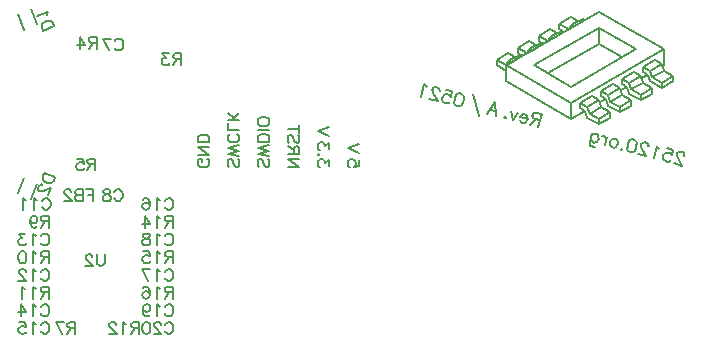
<source format=gbo>
%FSLAX46Y46*%
%MOMM*%
%ADD10C,0.150000*%
%ADD11C,0.200000*%
G01*
G01*
%LPD*%
D10*
X13940476Y4380952D02*
X13892857Y4285714D01*
D10*
X14035714Y4476190D02*
X13940476Y4380952D01*
D10*
X14130952Y4523809D02*
X14035714Y4476190D01*
D10*
X14321429Y4523809D02*
X14130952Y4523809D01*
D10*
X14416667Y4476190D02*
X14321429Y4523809D01*
D10*
X14511905Y4380952D02*
X14416667Y4476190D01*
D10*
X14559524Y4285714D02*
X14511905Y4380952D01*
D10*
X14607143Y4142857D02*
X14559524Y4285714D01*
D10*
X14607143Y3904762D02*
X14607143Y4142857D01*
D10*
X14559524Y3761904D02*
X14607143Y3904762D01*
D10*
X14511905Y3666666D02*
X14559524Y3761904D01*
D10*
X14416667Y3571428D02*
X14511905Y3666666D01*
D10*
X14321429Y3523809D02*
X14416667Y3571428D01*
D10*
X14130952Y3523809D02*
X14321429Y3523809D01*
D10*
X14035714Y3571428D02*
X14130952Y3523809D01*
D10*
X13940476Y3666666D02*
X14035714Y3571428D01*
D10*
X13892857Y3761904D02*
X13940476Y3666666D01*
D10*
X13559524Y4333333D02*
X13559524Y4285714D01*
D10*
X13511905Y4428571D02*
X13559524Y4333333D01*
D10*
X13464286Y4476190D02*
X13511905Y4428571D01*
D10*
X13369048Y4523809D02*
X13464286Y4476190D01*
D10*
X13178572Y4523809D02*
X13369048Y4523809D01*
D10*
X13083333Y4476190D02*
X13178572Y4523809D01*
D10*
X13035714Y4428571D02*
X13083333Y4476190D01*
D10*
X12988095Y4333333D02*
X13035714Y4428571D01*
D10*
X12988095Y4238095D02*
X12988095Y4333333D01*
D10*
X13035714Y4142857D02*
X12988095Y4238095D01*
D10*
X13130952Y4000000D02*
X13035714Y4142857D01*
D10*
X13607143Y3523809D02*
X13130952Y4000000D01*
D10*
X12940476Y3523809D02*
X13607143Y3523809D01*
D10*
X12511905Y4476190D02*
X12369048Y4523809D01*
D10*
X12607143Y4333333D02*
X12511905Y4476190D01*
D10*
X12654762Y4095238D02*
X12607143Y4333333D01*
D10*
X12654762Y3952381D02*
X12654762Y4095238D01*
D10*
X12607143Y3714285D02*
X12654762Y3952381D01*
D10*
X12511905Y3571428D02*
X12607143Y3714285D01*
D10*
X12369048Y3523809D02*
X12511905Y3571428D01*
D10*
X12273810Y3523809D02*
X12369048Y3523809D01*
D10*
X12130952Y3571428D02*
X12273810Y3523809D01*
D10*
X12035714Y3714285D02*
X12130952Y3571428D01*
D10*
X11988095Y3952381D02*
X12035714Y3714285D01*
D10*
X11988095Y4095238D02*
X11988095Y3952381D01*
D10*
X12035714Y4333333D02*
X11988095Y4095238D01*
D10*
X12130952Y4476190D02*
X12035714Y4333333D01*
D10*
X12273810Y4523809D02*
X12130952Y4476190D01*
D10*
X12369048Y4523809D02*
X12273810Y4523809D01*
D10*
X13940476Y14880952D02*
X13892857Y14785714D01*
D10*
X14035714Y14976190D02*
X13940476Y14880952D01*
D10*
X14130952Y15023810D02*
X14035714Y14976190D01*
D10*
X14321429Y15023810D02*
X14130952Y15023810D01*
D10*
X14416667Y14976190D02*
X14321429Y15023810D01*
D10*
X14511905Y14880952D02*
X14416667Y14976190D01*
D10*
X14559524Y14785714D02*
X14511905Y14880952D01*
D10*
X14607143Y14642857D02*
X14559524Y14785714D01*
D10*
X14607143Y14404762D02*
X14607143Y14642857D01*
D10*
X14559524Y14261905D02*
X14607143Y14404762D01*
D10*
X14511905Y14166667D02*
X14559524Y14261905D01*
D10*
X14416667Y14071429D02*
X14511905Y14166667D01*
D10*
X14321429Y14023810D02*
X14416667Y14071429D01*
D10*
X14130952Y14023810D02*
X14321429Y14023810D01*
D10*
X14035714Y14071429D02*
X14130952Y14023810D01*
D10*
X13940476Y14166667D02*
X14035714Y14071429D01*
D10*
X13892857Y14261905D02*
X13940476Y14166667D01*
D10*
X13369048Y14880952D02*
X13464286Y14833333D01*
D10*
X13226190Y15023810D02*
X13369048Y14880952D01*
D10*
X13226190Y14023810D02*
X13226190Y15023810D01*
D10*
X12083334Y14976190D02*
X12035714Y14880952D01*
D10*
X12226190Y15023810D02*
X12083334Y14976190D01*
D10*
X12321428Y15023810D02*
X12226190Y15023810D01*
D10*
X12464286Y14976190D02*
X12321428Y15023810D01*
D10*
X12559524Y14833333D02*
X12464286Y14976190D01*
D10*
X12607143Y14595238D02*
X12559524Y14833333D01*
D10*
X12607143Y14357143D02*
X12607143Y14595238D01*
D10*
X12559524Y14166667D02*
X12607143Y14357143D01*
D10*
X12464286Y14071429D02*
X12559524Y14166667D01*
D10*
X12321428Y14023810D02*
X12464286Y14071429D01*
D10*
X12273810Y14023810D02*
X12321428Y14023810D01*
D10*
X12130952Y14071429D02*
X12273810Y14023810D01*
D10*
X12035714Y14166667D02*
X12130952Y14071429D01*
D10*
X11988095Y14309524D02*
X12035714Y14166667D01*
D10*
X11988095Y14357143D02*
X11988095Y14309524D01*
D10*
X12035714Y14500000D02*
X11988095Y14357143D01*
D10*
X12130952Y14595238D02*
X12035714Y14500000D01*
D10*
X12273810Y14642857D02*
X12130952Y14595238D01*
D10*
X12321428Y14642857D02*
X12273810Y14642857D01*
D10*
X12464286Y14595238D02*
X12321428Y14642857D01*
D10*
X12559524Y14500000D02*
X12464286Y14595238D01*
D10*
X12607143Y14357143D02*
X12559524Y14500000D01*
D10*
X4601763Y16785782D02*
X3681258Y17176512D01*
D10*
X3551015Y16869676D02*
X3681258Y17176512D01*
D10*
X3539030Y16719569D02*
X3551015Y16869676D01*
D10*
X3589485Y16594689D02*
X3539030Y16719569D01*
D10*
X3658546Y16513643D02*
X3589485Y16594689D01*
D10*
X3771440Y16413991D02*
X3658546Y16513643D01*
D10*
X3990608Y16320961D02*
X3771440Y16413991D01*
D10*
X4140715Y16308976D02*
X3990608Y16320961D01*
D10*
X4246989Y16315597D02*
X4140715Y16308976D01*
D10*
X4371868Y16366052D02*
X4246989Y16315597D01*
D10*
X4471520Y16478947D02*
X4371868Y16366052D01*
D10*
X4601763Y16785782D02*
X4471520Y16478947D01*
D10*
X3465863Y16181581D02*
X3509696Y16162975D01*
D10*
X3359589Y16174959D02*
X3465863Y16181581D01*
D10*
X3297150Y16149732D02*
X3359589Y16174959D01*
D10*
X3216104Y16080671D02*
X3297150Y16149732D01*
D10*
X3141679Y15905336D02*
X3216104Y16080671D01*
D10*
X3148301Y15799063D02*
X3141679Y15905336D01*
D10*
X3173528Y15736623D02*
X3148301Y15799063D01*
D10*
X3242589Y15655577D02*
X3173528Y15736623D01*
D10*
X3330256Y15618365D02*
X3242589Y15655577D01*
D10*
X3436530Y15624986D02*
X3330256Y15618365D01*
D10*
X3605243Y15656835D02*
X3436530Y15624986D01*
D10*
X4229640Y15909110D02*
X3605243Y15656835D01*
D10*
X3969154Y15295439D02*
X4229640Y15909110D01*
D10*
X13940476Y5880952D02*
X13892857Y5785714D01*
D10*
X14035714Y5976190D02*
X13940476Y5880952D01*
D10*
X14130952Y6023809D02*
X14035714Y5976190D01*
D10*
X14321429Y6023809D02*
X14130952Y6023809D01*
D10*
X14416667Y5976190D02*
X14321429Y6023809D01*
D10*
X14511905Y5880952D02*
X14416667Y5976190D01*
D10*
X14559524Y5785714D02*
X14511905Y5880952D01*
D10*
X14607143Y5642857D02*
X14559524Y5785714D01*
D10*
X14607143Y5404762D02*
X14607143Y5642857D01*
D10*
X14559524Y5261905D02*
X14607143Y5404762D01*
D10*
X14511905Y5166666D02*
X14559524Y5261905D01*
D10*
X14416667Y5071428D02*
X14511905Y5166666D01*
D10*
X14321429Y5023809D02*
X14416667Y5071428D01*
D10*
X14130952Y5023809D02*
X14321429Y5023809D01*
D10*
X14035714Y5071428D02*
X14130952Y5023809D01*
D10*
X13940476Y5166666D02*
X14035714Y5071428D01*
D10*
X13892857Y5261905D02*
X13940476Y5166666D01*
D10*
X13369048Y5880952D02*
X13464286Y5833333D01*
D10*
X13226190Y6023809D02*
X13369048Y5880952D01*
D10*
X13226190Y5023809D02*
X13226190Y6023809D01*
D10*
X12083334Y5547619D02*
X12035714Y5690476D01*
D10*
X12178572Y5452381D02*
X12083334Y5547619D01*
D10*
X12321428Y5404762D02*
X12178572Y5452381D01*
D10*
X12369048Y5404762D02*
X12321428Y5404762D01*
D10*
X12511905Y5452381D02*
X12369048Y5404762D01*
D10*
X12607143Y5547619D02*
X12511905Y5452381D01*
D10*
X12654762Y5690476D02*
X12607143Y5547619D01*
D10*
X12654762Y5738095D02*
X12654762Y5690476D01*
D10*
X12607143Y5880952D02*
X12654762Y5738095D01*
D10*
X12511905Y5976190D02*
X12607143Y5880952D01*
D10*
X12369048Y6023809D02*
X12511905Y5976190D01*
D10*
X12321428Y6023809D02*
X12369048Y6023809D01*
D10*
X12178572Y5976190D02*
X12321428Y6023809D01*
D10*
X12083334Y5880952D02*
X12178572Y5976190D01*
D10*
X12035714Y5690476D02*
X12083334Y5880952D01*
D10*
X12035714Y5452381D02*
X12035714Y5690476D01*
D10*
X12083334Y5214285D02*
X12035714Y5452381D01*
D10*
X12178572Y5071428D02*
X12083334Y5214285D01*
D10*
X12321428Y5023809D02*
X12178572Y5071428D01*
D10*
X12416667Y5023809D02*
X12321428Y5023809D01*
D10*
X12559524Y5071428D02*
X12416667Y5023809D01*
D10*
X12607143Y5166666D02*
X12559524Y5071428D01*
D11*
X45514800Y21053920D02*
X45790256Y22118874D01*
D11*
X45333848Y22236926D02*
X45790256Y22118874D01*
D11*
X45168592Y22225564D02*
X45333848Y22236926D01*
D11*
X45104764Y22187968D02*
X45168592Y22225564D01*
D11*
X45027820Y22099662D02*
X45104764Y22187968D01*
D11*
X45001584Y21998238D02*
X45027820Y22099662D01*
D11*
X45026064Y21883696D02*
X45001584Y21998238D01*
D11*
X45063660Y21819868D02*
X45026064Y21883696D01*
D11*
X45202680Y21729804D02*
X45063660Y21819868D01*
D11*
X45659088Y21611754D02*
X45202680Y21729804D01*
D11*
X44804832Y21237556D02*
X45304104Y21703572D01*
D11*
X43996952Y21879356D02*
X44605496Y21721954D01*
D11*
X44023184Y21980780D02*
X43996952Y21879356D01*
D11*
X44100128Y22069088D02*
X44023184Y21980780D01*
D11*
X44163960Y22106684D02*
X44100128Y22069088D01*
D11*
X44278500Y22131162D02*
X44163960Y22106684D01*
D11*
X44430636Y22091812D02*
X44278500Y22131162D01*
D11*
X44518944Y22014866D02*
X44430636Y22091812D01*
D11*
X44594136Y21887208D02*
X44518944Y22014866D01*
D11*
X44605496Y21721954D02*
X44594136Y21887208D01*
D11*
X44579260Y21620530D02*
X44605496Y21721954D01*
D11*
X44489200Y21481512D02*
X44579260Y21620530D01*
D11*
X44361540Y21406320D02*
X44489200Y21481512D01*
D11*
X44247000Y21381842D02*
X44361540Y21406320D01*
D11*
X44094864Y21421192D02*
X44247000Y21381842D01*
D11*
X44006556Y21498140D02*
X44094864Y21421192D01*
D11*
X43931368Y21625796D02*
X44006556Y21498140D01*
D11*
X43334184Y21617946D02*
X43822092Y22249214D01*
D11*
X43334184Y21617946D02*
X43213548Y22406616D01*
D11*
X42738756Y21826060D02*
X42701160Y21889890D01*
D11*
X42674928Y21788466D02*
X42738756Y21826060D01*
D11*
X42637332Y21852294D02*
X42674928Y21788466D01*
D11*
X42701160Y21889890D02*
X42637332Y21852294D01*
D11*
X41964956Y21972102D02*
X41834716Y23141990D01*
D11*
X41153564Y22181972D02*
X41834716Y23141990D01*
D11*
X41397520Y22497606D02*
X41904640Y22366436D01*
D11*
X40503916Y21971272D02*
X40010836Y23830162D01*
D11*
X39133860Y23786472D02*
X38994840Y23876534D01*
D11*
X39195936Y23608102D02*
X39133860Y23786472D01*
D11*
X39181060Y23341424D02*
X39195936Y23608102D01*
D11*
X39141712Y23189288D02*
X39181060Y23341424D01*
D11*
X39025416Y22948846D02*
X39141712Y23189288D01*
D11*
X38884640Y22822944D02*
X39025416Y22948846D01*
D11*
X38719388Y22811582D02*
X38884640Y22822944D01*
D11*
X38617964Y22837816D02*
X38719388Y22811582D01*
D11*
X38478944Y22927878D02*
X38617964Y22837816D01*
D11*
X38416872Y23106248D02*
X38478944Y22927878D01*
D11*
X38431744Y23372924D02*
X38416872Y23106248D01*
D11*
X38471092Y23525062D02*
X38431744Y23372924D01*
D11*
X38587388Y23765504D02*
X38471092Y23525062D01*
D11*
X38728164Y23891406D02*
X38587388Y23765504D01*
D11*
X38893416Y23902768D02*
X38728164Y23891406D01*
D11*
X38994840Y23876534D02*
X38893416Y23902768D01*
D11*
X38183448Y24086404D02*
X37676328Y24217574D01*
D11*
X38116108Y23616880D02*
X38183448Y24086404D01*
D11*
X38078512Y23680708D02*
X38116108Y23616880D01*
D11*
X37939496Y23770770D02*
X38078512Y23680708D01*
D11*
X37787360Y23810122D02*
X37939496Y23770770D01*
D11*
X37622104Y23798760D02*
X37787360Y23810122D01*
D11*
X37494448Y23723570D02*
X37622104Y23798760D01*
D11*
X37404384Y23584550D02*
X37494448Y23723570D01*
D11*
X37378152Y23483126D02*
X37404384Y23584550D01*
D11*
X37389512Y23317874D02*
X37378152Y23483126D01*
D11*
X37464704Y23190216D02*
X37389512Y23317874D01*
D11*
X37603720Y23100152D02*
X37464704Y23190216D01*
D11*
X37755856Y23060802D02*
X37603720Y23100152D01*
D11*
X37921112Y23072164D02*
X37755856Y23060802D01*
D11*
X37984940Y23109758D02*
X37921112Y23072164D01*
D11*
X38061884Y23198066D02*
X37984940Y23109758D01*
D11*
X37167452Y24132776D02*
X37154336Y24082064D01*
D11*
X37142972Y24247318D02*
X37167452Y24132776D01*
D11*
X37105380Y24311146D02*
X37142972Y24247318D01*
D11*
X37017072Y24388092D02*
X37105380Y24311146D01*
D11*
X36814224Y24440560D02*
X37017072Y24388092D01*
D11*
X36699680Y24416082D02*
X36814224Y24440560D01*
D11*
X36635852Y24378486D02*
X36699680Y24416082D01*
D11*
X36558908Y24290180D02*
X36635852Y24378486D01*
D11*
X36532672Y24188756D02*
X36558908Y24290180D01*
D11*
X36557152Y24074214D02*
X36532672Y24188756D01*
D11*
X36619224Y23895844D02*
X36557152Y24074214D01*
D11*
X36995176Y23257556D02*
X36619224Y23895844D01*
D11*
X36285208Y23441192D02*
X36995176Y23257556D01*
D11*
X35963480Y24498294D02*
X36051788Y24421348D01*
D11*
X35850696Y24689780D02*
X35963480Y24498294D01*
D11*
X35575240Y23624828D02*
X35850696Y24689780D01*
D10*
X30373810Y17738096D02*
X30373810Y18214286D01*
D10*
X29945238Y17690476D02*
X30373810Y17738096D01*
D10*
X29992858Y17738096D02*
X29945238Y17690476D01*
D10*
X30040476Y17880952D02*
X29992858Y17738096D01*
D10*
X30040476Y18023810D02*
X30040476Y17880952D01*
D10*
X29992858Y18166666D02*
X30040476Y18023810D01*
D10*
X29897620Y18261904D02*
X29992858Y18166666D01*
D10*
X29754762Y18309524D02*
X29897620Y18261904D01*
D10*
X29659524Y18309524D02*
X29754762Y18309524D01*
D10*
X29516666Y18261904D02*
X29659524Y18309524D01*
D10*
X29421428Y18166666D02*
X29516666Y18261904D01*
D10*
X29373810Y18023810D02*
X29421428Y18166666D01*
D10*
X29373810Y17880952D02*
X29373810Y18023810D01*
D10*
X29421428Y17738096D02*
X29373810Y17880952D01*
D10*
X29469048Y17690476D02*
X29421428Y17738096D01*
D10*
X29564286Y17642858D02*
X29469048Y17690476D01*
D10*
X29373810Y19261904D02*
X30373810Y18880952D01*
D10*
X29373810Y19261904D02*
X30373810Y19642856D01*
D10*
X3440476Y11880952D02*
X3392857Y11785714D01*
D10*
X3535714Y11976190D02*
X3440476Y11880952D01*
D10*
X3630952Y12023810D02*
X3535714Y11976190D01*
D10*
X3821428Y12023810D02*
X3630952Y12023810D01*
D10*
X3916666Y11976190D02*
X3821428Y12023810D01*
D10*
X4011904Y11880952D02*
X3916666Y11976190D01*
D10*
X4059523Y11785714D02*
X4011904Y11880952D01*
D10*
X4107142Y11642857D02*
X4059523Y11785714D01*
D10*
X4107142Y11404762D02*
X4107142Y11642857D01*
D10*
X4059523Y11261905D02*
X4107142Y11404762D01*
D10*
X4011904Y11166667D02*
X4059523Y11261905D01*
D10*
X3916666Y11071429D02*
X4011904Y11166667D01*
D10*
X3821428Y11023810D02*
X3916666Y11071429D01*
D10*
X3630952Y11023810D02*
X3821428Y11023810D01*
D10*
X3535714Y11071429D02*
X3630952Y11023810D01*
D10*
X3440476Y11166667D02*
X3535714Y11071429D01*
D10*
X3392857Y11261905D02*
X3440476Y11166667D01*
D10*
X2869047Y11880952D02*
X2964285Y11833333D01*
D10*
X2726190Y12023810D02*
X2869047Y11880952D01*
D10*
X2726190Y11023810D02*
X2726190Y12023810D01*
D10*
X1535714Y12023810D02*
X2059523Y12023810D01*
D10*
X1821428Y11642857D02*
X1535714Y12023810D01*
D10*
X1678571Y11642857D02*
X1821428Y11642857D01*
D10*
X1583333Y11595238D02*
X1678571Y11642857D01*
D10*
X1535714Y11547619D02*
X1583333Y11595238D01*
D10*
X1488095Y11404762D02*
X1535714Y11547619D01*
D10*
X1488095Y11309524D02*
X1488095Y11404762D01*
D10*
X1535714Y11166667D02*
X1488095Y11309524D01*
D10*
X1630952Y11071429D02*
X1535714Y11166667D01*
D10*
X1773809Y11023810D02*
X1630952Y11071429D01*
D10*
X1916666Y11023810D02*
X1773809Y11023810D01*
D10*
X2059523Y11071429D02*
X1916666Y11023810D01*
D10*
X2107143Y11119048D02*
X2059523Y11071429D01*
D10*
X2154762Y11214286D02*
X2107143Y11119048D01*
D10*
X8809524Y9559524D02*
X8809524Y10273810D01*
D10*
X8761905Y9416667D02*
X8809524Y9559524D01*
D10*
X8666667Y9321429D02*
X8761905Y9416667D01*
D10*
X8523810Y9273810D02*
X8666667Y9321429D01*
D10*
X8428571Y9273810D02*
X8523810Y9273810D01*
D10*
X8285714Y9321429D02*
X8428571Y9273810D01*
D10*
X8190476Y9416667D02*
X8285714Y9321429D01*
D10*
X8142857Y9559524D02*
X8190476Y9416667D01*
D10*
X8142857Y10273810D02*
X8142857Y9559524D01*
D10*
X7761905Y10083333D02*
X7761905Y10035714D01*
D10*
X7714285Y10178571D02*
X7761905Y10083333D01*
D10*
X7666666Y10226190D02*
X7714285Y10178571D01*
D10*
X7571428Y10273810D02*
X7666666Y10226190D01*
D10*
X7380952Y10273810D02*
X7571428Y10273810D01*
D10*
X7285714Y10226190D02*
X7380952Y10273810D01*
D10*
X7238095Y10178571D02*
X7285714Y10226190D01*
D10*
X7190476Y10083333D02*
X7238095Y10178571D01*
D10*
X7190476Y9988095D02*
X7190476Y10083333D01*
D10*
X7238095Y9892857D02*
X7190476Y9988095D01*
D10*
X7333333Y9750000D02*
X7238095Y9892857D01*
D10*
X7809524Y9273810D02*
X7333333Y9750000D01*
D10*
X7142857Y9273810D02*
X7809524Y9273810D01*
D10*
X3592768Y29188790D02*
X4519951Y29563400D01*
D10*
X4395081Y29872460D02*
X4519951Y29563400D01*
D10*
X4297414Y29987076D02*
X4395081Y29872460D01*
D10*
X4173434Y30039702D02*
X4297414Y29987076D01*
D10*
X4067292Y30048178D02*
X4173434Y30039702D01*
D10*
X3916999Y30038814D02*
X4067292Y30048178D01*
D10*
X3696241Y29949620D02*
X3916999Y30038814D01*
D10*
X3581625Y29851954D02*
X3696241Y29949620D01*
D10*
X3511160Y29772126D02*
X3581625Y29851954D01*
D10*
X3458534Y29648144D02*
X3511160Y29772126D01*
D10*
X3467898Y29497852D02*
X3458534Y29648144D01*
D10*
X3592768Y29188790D02*
X3467898Y29497852D01*
D10*
X3941533Y30613674D02*
X3933059Y30507532D01*
D10*
X4020472Y30799644D02*
X3941533Y30613674D01*
D10*
X3093289Y30425034D02*
X4020472Y30799644D01*
D10*
X3440476Y5880952D02*
X3392857Y5785714D01*
D10*
X3535714Y5976190D02*
X3440476Y5880952D01*
D10*
X3630952Y6023809D02*
X3535714Y5976190D01*
D10*
X3821428Y6023809D02*
X3630952Y6023809D01*
D10*
X3916666Y5976190D02*
X3821428Y6023809D01*
D10*
X4011904Y5880952D02*
X3916666Y5976190D01*
D10*
X4059523Y5785714D02*
X4011904Y5880952D01*
D10*
X4107142Y5642857D02*
X4059523Y5785714D01*
D10*
X4107142Y5404762D02*
X4107142Y5642857D01*
D10*
X4059523Y5261905D02*
X4107142Y5404762D01*
D10*
X4011904Y5166666D02*
X4059523Y5261905D01*
D10*
X3916666Y5071428D02*
X4011904Y5166666D01*
D10*
X3821428Y5023809D02*
X3916666Y5071428D01*
D10*
X3630952Y5023809D02*
X3821428Y5023809D01*
D10*
X3535714Y5071428D02*
X3630952Y5023809D01*
D10*
X3440476Y5166666D02*
X3535714Y5071428D01*
D10*
X3392857Y5261905D02*
X3440476Y5166666D01*
D10*
X2869047Y5880952D02*
X2964285Y5833333D01*
D10*
X2726190Y6023809D02*
X2869047Y5880952D01*
D10*
X2726190Y5023809D02*
X2726190Y6023809D01*
D10*
X2154762Y5357143D02*
X1678571Y6023809D01*
D10*
X1440476Y5357143D02*
X2154762Y5357143D01*
D10*
X1678571Y5023809D02*
X1678571Y6023809D01*
D10*
X3550476Y14880952D02*
X3502857Y14785714D01*
D10*
X3645714Y14976190D02*
X3550476Y14880952D01*
D10*
X3740952Y15023810D02*
X3645714Y14976190D01*
D10*
X3931428Y15023810D02*
X3740952Y15023810D01*
D10*
X4026666Y14976190D02*
X3931428Y15023810D01*
D10*
X4121904Y14880952D02*
X4026666Y14976190D01*
D10*
X4169523Y14785714D02*
X4121904Y14880952D01*
D10*
X4217143Y14642857D02*
X4169523Y14785714D01*
D10*
X4217143Y14404762D02*
X4217143Y14642857D01*
D10*
X4169523Y14261905D02*
X4217143Y14404762D01*
D10*
X4121904Y14166667D02*
X4169523Y14261905D01*
D10*
X4026666Y14071429D02*
X4121904Y14166667D01*
D10*
X3931428Y14023810D02*
X4026666Y14071429D01*
D10*
X3740952Y14023810D02*
X3931428Y14023810D01*
D10*
X3645714Y14071429D02*
X3740952Y14023810D01*
D10*
X3550476Y14166667D02*
X3645714Y14071429D01*
D10*
X3502857Y14261905D02*
X3550476Y14166667D01*
D10*
X2979047Y14880952D02*
X3074285Y14833333D01*
D10*
X2836190Y15023810D02*
X2979047Y14880952D01*
D10*
X2836190Y14023810D02*
X2836190Y15023810D01*
D10*
X2026666Y14880952D02*
X2121904Y14833333D01*
D10*
X1883809Y15023810D02*
X2026666Y14880952D01*
D10*
X1883809Y14023810D02*
X1883809Y15023810D01*
D10*
X8011905Y17373810D02*
X8011905Y18373810D01*
D10*
X7583333Y18373810D02*
X8011905Y18373810D01*
D10*
X7440476Y18326190D02*
X7583333Y18373810D01*
D10*
X7392857Y18278572D02*
X7440476Y18326190D01*
D10*
X7345238Y18183334D02*
X7392857Y18278572D01*
D10*
X7345238Y18088096D02*
X7345238Y18183334D01*
D10*
X7392857Y17992858D02*
X7345238Y18088096D01*
D10*
X7440476Y17945238D02*
X7392857Y17992858D01*
D10*
X7583333Y17897620D02*
X7440476Y17945238D01*
D10*
X8011905Y17897620D02*
X7583333Y17897620D01*
D10*
X7345238Y17373810D02*
X7678571Y17897620D01*
D10*
X6964285Y18373810D02*
X6488095Y18373810D01*
D10*
X7011905Y17945238D02*
X6964285Y18373810D01*
D10*
X6964285Y17992858D02*
X7011905Y17945238D01*
D10*
X6821428Y18040476D02*
X6964285Y17992858D01*
D10*
X6678571Y18040476D02*
X6821428Y18040476D01*
D10*
X6535714Y17992858D02*
X6678571Y18040476D01*
D10*
X6440476Y17897620D02*
X6535714Y17992858D01*
D10*
X6392857Y17754762D02*
X6440476Y17897620D01*
D10*
X6392857Y17659524D02*
X6392857Y17754762D01*
D10*
X6440476Y17516666D02*
X6392857Y17659524D01*
D10*
X6535714Y17421428D02*
X6440476Y17516666D01*
D10*
X6678571Y17373810D02*
X6535714Y17421428D01*
D10*
X6821428Y17373810D02*
X6678571Y17373810D01*
D10*
X6964285Y17421428D02*
X6821428Y17373810D01*
D10*
X7011905Y17469048D02*
X6964285Y17421428D01*
D10*
X7059524Y17564286D02*
X7011905Y17469048D01*
D10*
X13940476Y8880952D02*
X13892857Y8785714D01*
D10*
X14035714Y8976190D02*
X13940476Y8880952D01*
D10*
X14130952Y9023810D02*
X14035714Y8976190D01*
D10*
X14321429Y9023810D02*
X14130952Y9023810D01*
D10*
X14416667Y8976190D02*
X14321429Y9023810D01*
D10*
X14511905Y8880952D02*
X14416667Y8976190D01*
D10*
X14559524Y8785714D02*
X14511905Y8880952D01*
D10*
X14607143Y8642857D02*
X14559524Y8785714D01*
D10*
X14607143Y8404762D02*
X14607143Y8642857D01*
D10*
X14559524Y8261905D02*
X14607143Y8404762D01*
D10*
X14511905Y8166666D02*
X14559524Y8261905D01*
D10*
X14416667Y8071428D02*
X14511905Y8166666D01*
D10*
X14321429Y8023809D02*
X14416667Y8071428D01*
D10*
X14130952Y8023809D02*
X14321429Y8023809D01*
D10*
X14035714Y8071428D02*
X14130952Y8023809D01*
D10*
X13940476Y8166666D02*
X14035714Y8071428D01*
D10*
X13892857Y8261905D02*
X13940476Y8166666D01*
D10*
X13369048Y8880952D02*
X13464286Y8833333D01*
D10*
X13226190Y9023810D02*
X13369048Y8880952D01*
D10*
X13226190Y8023809D02*
X13226190Y9023810D01*
D10*
X12464286Y8023809D02*
X11988095Y9023810D01*
D10*
X11988095Y9023810D02*
X12654762Y9023810D01*
D10*
X3440476Y4380952D02*
X3392857Y4285714D01*
D10*
X3535714Y4476190D02*
X3440476Y4380952D01*
D10*
X3630952Y4523809D02*
X3535714Y4476190D01*
D10*
X3821428Y4523809D02*
X3630952Y4523809D01*
D10*
X3916666Y4476190D02*
X3821428Y4523809D01*
D10*
X4011904Y4380952D02*
X3916666Y4476190D01*
D10*
X4059523Y4285714D02*
X4011904Y4380952D01*
D10*
X4107142Y4142857D02*
X4059523Y4285714D01*
D10*
X4107142Y3904762D02*
X4107142Y4142857D01*
D10*
X4059523Y3761904D02*
X4107142Y3904762D01*
D10*
X4011904Y3666666D02*
X4059523Y3761904D01*
D10*
X3916666Y3571428D02*
X4011904Y3666666D01*
D10*
X3821428Y3523809D02*
X3916666Y3571428D01*
D10*
X3630952Y3523809D02*
X3821428Y3523809D01*
D10*
X3535714Y3571428D02*
X3630952Y3523809D01*
D10*
X3440476Y3666666D02*
X3535714Y3571428D01*
D10*
X3392857Y3761904D02*
X3440476Y3666666D01*
D10*
X2869047Y4380952D02*
X2964285Y4333333D01*
D10*
X2726190Y4523809D02*
X2869047Y4380952D01*
D10*
X2726190Y3523809D02*
X2726190Y4523809D01*
D10*
X2059523Y4523809D02*
X1583333Y4523809D01*
D10*
X2107143Y4095238D02*
X2059523Y4523809D01*
D10*
X2059523Y4142857D02*
X2107143Y4095238D01*
D10*
X1916666Y4190476D02*
X2059523Y4142857D01*
D10*
X1773809Y4190476D02*
X1916666Y4190476D01*
D10*
X1630952Y4142857D02*
X1773809Y4190476D01*
D10*
X1535714Y4047619D02*
X1630952Y4142857D01*
D10*
X1488095Y3904762D02*
X1535714Y4047619D01*
D10*
X1488095Y3809523D02*
X1488095Y3904762D01*
D10*
X1535714Y3666666D02*
X1488095Y3809523D01*
D10*
X1630952Y3571428D02*
X1535714Y3666666D01*
D10*
X1773809Y3523809D02*
X1630952Y3571428D01*
D10*
X1916666Y3523809D02*
X1773809Y3523809D01*
D10*
X2059523Y3571428D02*
X1916666Y3523809D01*
D10*
X2107143Y3619047D02*
X2059523Y3571428D01*
D10*
X2154762Y3714285D02*
X2107143Y3619047D01*
D10*
X4059523Y6523809D02*
X4059523Y7523809D01*
D10*
X3630952Y7523809D02*
X4059523Y7523809D01*
D10*
X3488095Y7476190D02*
X3630952Y7523809D01*
D10*
X3440476Y7428571D02*
X3488095Y7476190D01*
D10*
X3392857Y7333333D02*
X3440476Y7428571D01*
D10*
X3392857Y7238095D02*
X3392857Y7333333D01*
D10*
X3440476Y7142857D02*
X3392857Y7238095D01*
D10*
X3488095Y7095238D02*
X3440476Y7142857D01*
D10*
X3630952Y7047619D02*
X3488095Y7095238D01*
D10*
X4059523Y7047619D02*
X3630952Y7047619D01*
D10*
X3392857Y6523809D02*
X3726190Y7047619D01*
D10*
X2869047Y7380952D02*
X2964285Y7333333D01*
D10*
X2726190Y7523809D02*
X2869047Y7380952D01*
D10*
X2726190Y6523809D02*
X2726190Y7523809D01*
D10*
X1916666Y7380952D02*
X2011904Y7333333D01*
D10*
X1773809Y7523809D02*
X1916666Y7380952D01*
D10*
X1773809Y6523809D02*
X1773809Y7523809D01*
D10*
X9642857Y15630952D02*
X9595238Y15535714D01*
D10*
X9738095Y15726190D02*
X9642857Y15630952D01*
D10*
X9833333Y15773810D02*
X9738095Y15726190D01*
D10*
X10023810Y15773810D02*
X9833333Y15773810D01*
D10*
X10119048Y15726190D02*
X10023810Y15773810D01*
D10*
X10214286Y15630952D02*
X10119048Y15726190D01*
D10*
X10261905Y15535714D02*
X10214286Y15630952D01*
D10*
X10309524Y15392857D02*
X10261905Y15535714D01*
D10*
X10309524Y15154762D02*
X10309524Y15392857D01*
D10*
X10261905Y15011905D02*
X10309524Y15154762D01*
D10*
X10214286Y14916667D02*
X10261905Y15011905D01*
D10*
X10119048Y14821429D02*
X10214286Y14916667D01*
D10*
X10023810Y14773810D02*
X10119048Y14821429D01*
D10*
X9833333Y14773810D02*
X10023810Y14773810D01*
D10*
X9738095Y14821429D02*
X9833333Y14773810D01*
D10*
X9642857Y14916667D02*
X9738095Y14821429D01*
D10*
X9595238Y15011905D02*
X9642857Y14916667D01*
D10*
X9214286Y15726190D02*
X9071429Y15773810D01*
D10*
X9261905Y15630952D02*
X9214286Y15726190D01*
D10*
X9261905Y15535714D02*
X9261905Y15630952D01*
D10*
X9214286Y15440476D02*
X9261905Y15535714D01*
D10*
X9119048Y15392857D02*
X9214286Y15440476D01*
D10*
X8928571Y15345238D02*
X9119048Y15392857D01*
D10*
X8785714Y15297619D02*
X8928571Y15345238D01*
D10*
X8690476Y15202381D02*
X8785714Y15297619D01*
D10*
X8642857Y15107143D02*
X8690476Y15202381D01*
D10*
X8642857Y14964286D02*
X8642857Y15107143D01*
D10*
X8690476Y14869048D02*
X8642857Y14964286D01*
D10*
X8738095Y14821429D02*
X8690476Y14869048D01*
D10*
X8880952Y14773810D02*
X8738095Y14821429D01*
D10*
X9071429Y14773810D02*
X8880952Y14773810D01*
D10*
X9214286Y14821429D02*
X9071429Y14773810D01*
D10*
X9261905Y14869048D02*
X9214286Y14821429D01*
D10*
X9309524Y14964286D02*
X9261905Y14869048D01*
D10*
X9309524Y15107143D02*
X9309524Y14964286D01*
D10*
X9261905Y15202381D02*
X9309524Y15107143D01*
D10*
X9166667Y15297619D02*
X9261905Y15202381D01*
D10*
X9023810Y15345238D02*
X9166667Y15297619D01*
D10*
X8833333Y15392857D02*
X9023810Y15345238D01*
D10*
X8738095Y15440476D02*
X8833333Y15392857D01*
D10*
X8690476Y15535714D02*
X8738095Y15440476D01*
D10*
X8690476Y15630952D02*
X8690476Y15535714D01*
D10*
X8738095Y15726190D02*
X8690476Y15630952D01*
D10*
X8880952Y15773810D02*
X8738095Y15726190D01*
D10*
X9071429Y15773810D02*
X8880952Y15773810D01*
D10*
X8111905Y27673810D02*
X8111905Y28673810D01*
D10*
X7683333Y28673810D02*
X8111905Y28673810D01*
D10*
X7540476Y28626190D02*
X7683333Y28673810D01*
D10*
X7492857Y28578572D02*
X7540476Y28626190D01*
D10*
X7445238Y28483334D02*
X7492857Y28578572D01*
D10*
X7445238Y28388096D02*
X7445238Y28483334D01*
D10*
X7492857Y28292858D02*
X7445238Y28388096D01*
D10*
X7540476Y28245238D02*
X7492857Y28292858D01*
D10*
X7683333Y28197620D02*
X7540476Y28245238D01*
D10*
X8111905Y28197620D02*
X7683333Y28197620D01*
D10*
X7445238Y27673810D02*
X7778571Y28197620D01*
D10*
X7159524Y28007142D02*
X6683333Y28673810D01*
D10*
X6445238Y28007142D02*
X7159524Y28007142D01*
D10*
X6683333Y27673810D02*
X6683333Y28673810D01*
D11*
X24293810Y17690476D02*
X25293810Y17690476D01*
D11*
X24293810Y18357142D02*
X25293810Y17690476D01*
D11*
X24293810Y18357142D02*
X25293810Y18357142D01*
D11*
X24293810Y18738096D02*
X25293810Y18738096D01*
D11*
X25293810Y19166666D02*
X25293810Y18738096D01*
D11*
X25246190Y19309524D02*
X25293810Y19166666D01*
D11*
X25198572Y19357142D02*
X25246190Y19309524D01*
D11*
X25103334Y19404762D02*
X25198572Y19357142D01*
D11*
X25008096Y19404762D02*
X25103334Y19404762D01*
D11*
X24912858Y19357142D02*
X25008096Y19404762D01*
D11*
X24865238Y19309524D02*
X24912858Y19357142D01*
D11*
X24817620Y19166666D02*
X24865238Y19309524D01*
D11*
X24817620Y18738096D02*
X24817620Y19166666D01*
D11*
X24293810Y19404762D02*
X24817620Y19071428D01*
D11*
X25246190Y20261904D02*
X25150952Y20357142D01*
D11*
X25293810Y20119048D02*
X25246190Y20261904D01*
D11*
X25293810Y19928572D02*
X25293810Y20119048D01*
D11*
X25246190Y19785714D02*
X25293810Y19928572D01*
D11*
X25150952Y19690476D02*
X25246190Y19785714D01*
D11*
X25055714Y19690476D02*
X25150952Y19690476D01*
D11*
X24960476Y19738096D02*
X25055714Y19690476D01*
D11*
X24912858Y19785714D02*
X24960476Y19738096D01*
D11*
X24865238Y19880952D02*
X24912858Y19785714D01*
D11*
X24770000Y20166666D02*
X24865238Y19880952D01*
D11*
X24722380Y20261904D02*
X24770000Y20166666D01*
D11*
X24674762Y20309524D02*
X24722380Y20261904D01*
D11*
X24579524Y20357142D02*
X24674762Y20309524D01*
D11*
X24436666Y20357142D02*
X24579524Y20357142D01*
D11*
X24341428Y20261904D02*
X24436666Y20357142D01*
D11*
X24293810Y20119048D02*
X24341428Y20261904D01*
D11*
X24293810Y19928572D02*
X24293810Y20119048D01*
D11*
X24341428Y19785714D02*
X24293810Y19928572D01*
D11*
X24436666Y19690476D02*
X24341428Y19785714D01*
D11*
X24293810Y20880952D02*
X25293810Y20880952D01*
D11*
X25293810Y21214286D02*
X25293810Y20547620D01*
D10*
X15261905Y26273810D02*
X15261905Y27273810D01*
D10*
X14833333Y27273810D02*
X15261905Y27273810D01*
D10*
X14690476Y27226190D02*
X14833333Y27273810D01*
D10*
X14642857Y27178572D02*
X14690476Y27226190D01*
D10*
X14595238Y27083334D02*
X14642857Y27178572D01*
D10*
X14595238Y26988096D02*
X14595238Y27083334D01*
D10*
X14642857Y26892858D02*
X14595238Y26988096D01*
D10*
X14690476Y26845238D02*
X14642857Y26892858D01*
D10*
X14833333Y26797620D02*
X14690476Y26845238D01*
D10*
X15261905Y26797620D02*
X14833333Y26797620D01*
D10*
X14595238Y26273810D02*
X14928571Y26797620D01*
D10*
X13690476Y27273810D02*
X14214286Y27273810D01*
D10*
X13976190Y26892858D02*
X13690476Y27273810D01*
D10*
X13833333Y26892858D02*
X13976190Y26892858D01*
D10*
X13738095Y26845238D02*
X13833333Y26892858D01*
D10*
X13690476Y26797620D02*
X13738095Y26845238D01*
D10*
X13642857Y26654762D02*
X13690476Y26797620D01*
D10*
X13642857Y26559524D02*
X13642857Y26654762D01*
D10*
X13690476Y26416666D02*
X13642857Y26559524D01*
D10*
X13785714Y26321428D02*
X13690476Y26416666D01*
D10*
X13928571Y26273810D02*
X13785714Y26321428D01*
D10*
X14071429Y26273810D02*
X13928571Y26273810D01*
D10*
X14214286Y26321428D02*
X14071429Y26273810D01*
D10*
X14261905Y26369048D02*
X14214286Y26321428D01*
D10*
X14309524Y26464286D02*
X14261905Y26369048D01*
D10*
X13940476Y11880952D02*
X13892857Y11785714D01*
D10*
X14035714Y11976190D02*
X13940476Y11880952D01*
D10*
X14130952Y12023810D02*
X14035714Y11976190D01*
D10*
X14321429Y12023810D02*
X14130952Y12023810D01*
D10*
X14416667Y11976190D02*
X14321429Y12023810D01*
D10*
X14511905Y11880952D02*
X14416667Y11976190D01*
D10*
X14559524Y11785714D02*
X14511905Y11880952D01*
D10*
X14607143Y11642857D02*
X14559524Y11785714D01*
D10*
X14607143Y11404762D02*
X14607143Y11642857D01*
D10*
X14559524Y11261905D02*
X14607143Y11404762D01*
D10*
X14511905Y11166667D02*
X14559524Y11261905D01*
D10*
X14416667Y11071429D02*
X14511905Y11166667D01*
D10*
X14321429Y11023810D02*
X14416667Y11071429D01*
D10*
X14130952Y11023810D02*
X14321429Y11023810D01*
D10*
X14035714Y11071429D02*
X14130952Y11023810D01*
D10*
X13940476Y11166667D02*
X14035714Y11071429D01*
D10*
X13892857Y11261905D02*
X13940476Y11166667D01*
D10*
X13369048Y11880952D02*
X13464286Y11833333D01*
D10*
X13226190Y12023810D02*
X13369048Y11880952D01*
D10*
X13226190Y11023810D02*
X13226190Y12023810D01*
D10*
X12559524Y11976190D02*
X12416667Y12023810D01*
D10*
X12607143Y11880952D02*
X12559524Y11976190D01*
D10*
X12607143Y11785714D02*
X12607143Y11880952D01*
D10*
X12559524Y11690476D02*
X12607143Y11785714D01*
D10*
X12464286Y11642857D02*
X12559524Y11690476D01*
D10*
X12273810Y11595238D02*
X12464286Y11642857D01*
D10*
X12130952Y11547619D02*
X12273810Y11595238D01*
D10*
X12035714Y11452381D02*
X12130952Y11547619D01*
D10*
X11988095Y11357143D02*
X12035714Y11452381D01*
D10*
X11988095Y11214286D02*
X11988095Y11357143D01*
D10*
X12035714Y11119048D02*
X11988095Y11214286D01*
D10*
X12083334Y11071429D02*
X12035714Y11119048D01*
D10*
X12226190Y11023810D02*
X12083334Y11071429D01*
D10*
X12416667Y11023810D02*
X12226190Y11023810D01*
D10*
X12559524Y11071429D02*
X12416667Y11023810D01*
D10*
X12607143Y11119048D02*
X12559524Y11071429D01*
D10*
X12654762Y11214286D02*
X12607143Y11119048D01*
D10*
X12654762Y11357143D02*
X12654762Y11214286D01*
D10*
X12607143Y11452381D02*
X12654762Y11357143D01*
D10*
X12511905Y11547619D02*
X12607143Y11452381D01*
D10*
X12369048Y11595238D02*
X12511905Y11547619D01*
D10*
X12178572Y11642857D02*
X12369048Y11595238D01*
D10*
X12083334Y11690476D02*
X12178572Y11642857D01*
D10*
X12035714Y11785714D02*
X12083334Y11690476D01*
D10*
X12035714Y11880952D02*
X12035714Y11785714D01*
D10*
X12083334Y11976190D02*
X12035714Y11880952D01*
D10*
X12226190Y12023810D02*
X12083334Y11976190D01*
D10*
X12416667Y12023810D02*
X12226190Y12023810D01*
D10*
X7809524Y14773810D02*
X7809524Y15773810D01*
D10*
X7190476Y15773810D02*
X7809524Y15773810D01*
D10*
X7428571Y15297619D02*
X7809524Y15297619D01*
D10*
X6952381Y14773810D02*
X6952381Y15773810D01*
D10*
X6523809Y15773810D02*
X6952381Y15773810D01*
D10*
X6380952Y15726190D02*
X6523809Y15773810D01*
D10*
X6333333Y15678571D02*
X6380952Y15726190D01*
D10*
X6285714Y15583333D02*
X6333333Y15678571D01*
D10*
X6285714Y15488095D02*
X6285714Y15583333D01*
D10*
X6333333Y15392857D02*
X6285714Y15488095D01*
D10*
X6380952Y15345238D02*
X6333333Y15392857D01*
D10*
X6523809Y15297619D02*
X6380952Y15345238D01*
D10*
X6523809Y15297619D02*
X6952381Y15297619D01*
D10*
X6380952Y15250000D02*
X6523809Y15297619D01*
D10*
X6333333Y15202381D02*
X6380952Y15250000D01*
D10*
X6285714Y15107143D02*
X6333333Y15202381D01*
D10*
X6285714Y14964286D02*
X6285714Y15107143D01*
D10*
X6333333Y14869048D02*
X6285714Y14964286D01*
D10*
X6380952Y14821429D02*
X6333333Y14869048D01*
D10*
X6523809Y14773810D02*
X6380952Y14821429D01*
D10*
X6952381Y14773810D02*
X6523809Y14773810D01*
D10*
X5952381Y15583333D02*
X5952381Y15535714D01*
D10*
X5904762Y15678571D02*
X5952381Y15583333D01*
D10*
X5857143Y15726190D02*
X5904762Y15678571D01*
D10*
X5761905Y15773810D02*
X5857143Y15726190D01*
D10*
X5571428Y15773810D02*
X5761905Y15773810D01*
D10*
X5476190Y15726190D02*
X5571428Y15773810D01*
D10*
X5428571Y15678571D02*
X5476190Y15726190D01*
D10*
X5380952Y15583333D02*
X5428571Y15678571D01*
D10*
X5380952Y15488095D02*
X5380952Y15583333D01*
D10*
X5428571Y15392857D02*
X5380952Y15488095D01*
D10*
X5523809Y15250000D02*
X5428571Y15392857D01*
D10*
X6000000Y14773810D02*
X5523809Y15250000D01*
D10*
X5333333Y14773810D02*
X6000000Y14773810D01*
D11*
X27833810Y18261904D02*
X27833810Y17738096D01*
D11*
X27452858Y17976190D02*
X27833810Y18261904D01*
D11*
X27452858Y18119048D02*
X27452858Y17976190D01*
D11*
X27405238Y18214286D02*
X27452858Y18119048D01*
D11*
X27357620Y18261904D02*
X27405238Y18214286D01*
D11*
X27214762Y18309524D02*
X27357620Y18261904D01*
D11*
X27119524Y18309524D02*
X27214762Y18309524D01*
D11*
X26976666Y18261904D02*
X27119524Y18309524D01*
D11*
X26881428Y18166666D02*
X26976666Y18261904D01*
D11*
X26833810Y18023810D02*
X26881428Y18166666D01*
D11*
X26833810Y17880952D02*
X26833810Y18023810D01*
D11*
X26881428Y17738096D02*
X26833810Y17880952D01*
D11*
X26929048Y17690476D02*
X26881428Y17738096D01*
D11*
X27024286Y17642858D02*
X26929048Y17690476D01*
D11*
X26881428Y18642858D02*
X26929048Y18690476D01*
D11*
X26833810Y18690476D02*
X26881428Y18642858D01*
D11*
X26881428Y18738096D02*
X26833810Y18690476D01*
D11*
X26929048Y18690476D02*
X26881428Y18738096D01*
D11*
X27833810Y19690476D02*
X27833810Y19166666D01*
D11*
X27452858Y19404762D02*
X27833810Y19690476D01*
D11*
X27452858Y19547620D02*
X27452858Y19404762D01*
D11*
X27405238Y19642856D02*
X27452858Y19547620D01*
D11*
X27357620Y19690476D02*
X27405238Y19642856D01*
D11*
X27214762Y19738096D02*
X27357620Y19690476D01*
D11*
X27119524Y19738096D02*
X27214762Y19738096D01*
D11*
X26976666Y19690476D02*
X27119524Y19738096D01*
D11*
X26881428Y19595238D02*
X26976666Y19690476D01*
D11*
X26833810Y19452380D02*
X26881428Y19595238D01*
D11*
X26833810Y19309524D02*
X26833810Y19452380D01*
D11*
X26881428Y19166666D02*
X26833810Y19309524D01*
D11*
X26929048Y19119048D02*
X26881428Y19166666D01*
D11*
X27024286Y19071428D02*
X26929048Y19119048D01*
D11*
X26833810Y20690476D02*
X27833810Y20309524D01*
D11*
X26833810Y20690476D02*
X27833810Y21071428D01*
D11*
X57888968Y18657452D02*
X57875852Y18606740D01*
D11*
X57864492Y18771992D02*
X57888968Y18657452D01*
D11*
X57826896Y18835822D02*
X57864492Y18771992D01*
D11*
X57738588Y18912768D02*
X57826896Y18835822D01*
D11*
X57535740Y18965236D02*
X57738588Y18912768D01*
D11*
X57421200Y18940756D02*
X57535740Y18965236D01*
D11*
X57357372Y18903162D02*
X57421200Y18940756D01*
D11*
X57280424Y18814854D02*
X57357372Y18903162D01*
D11*
X57254192Y18713430D02*
X57280424Y18814854D01*
D11*
X57278668Y18598890D02*
X57254192Y18713430D01*
D11*
X57340744Y18420520D02*
X57278668Y18598890D01*
D11*
X57716696Y17782230D02*
X57340744Y18420520D01*
D11*
X57006728Y17965866D02*
X57716696Y17782230D01*
D11*
X56876484Y19135754D02*
X56369364Y19266924D01*
D11*
X56809144Y18666230D02*
X56876484Y19135754D01*
D11*
X56771548Y18730058D02*
X56809144Y18666230D01*
D11*
X56632528Y18820120D02*
X56771548Y18730058D01*
D11*
X56480392Y18859472D02*
X56632528Y18820120D01*
D11*
X56315140Y18848110D02*
X56480392Y18859472D01*
D11*
X56187484Y18772920D02*
X56315140Y18848110D01*
D11*
X56097420Y18633900D02*
X56187484Y18772920D01*
D11*
X56071188Y18532476D02*
X56097420Y18633900D01*
D11*
X56082548Y18367224D02*
X56071188Y18532476D01*
D11*
X56157740Y18239566D02*
X56082548Y18367224D01*
D11*
X56296756Y18149502D02*
X56157740Y18239566D01*
D11*
X56448892Y18110152D02*
X56296756Y18149502D01*
D11*
X56614148Y18121514D02*
X56448892Y18110152D01*
D11*
X56677976Y18159108D02*
X56614148Y18121514D01*
D11*
X56754920Y18247416D02*
X56677976Y18159108D01*
D11*
X55670756Y19285306D02*
X55759064Y19208360D01*
D11*
X55557972Y19476792D02*
X55670756Y19285306D01*
D11*
X55282516Y18411840D02*
X55557972Y19476792D01*
D11*
X54846248Y19444464D02*
X54833128Y19393752D01*
D11*
X54821768Y19559006D02*
X54846248Y19444464D01*
D11*
X54784172Y19622834D02*
X54821768Y19559006D01*
D11*
X54695868Y19699780D02*
X54784172Y19622834D01*
D11*
X54493020Y19752248D02*
X54695868Y19699780D01*
D11*
X54378476Y19727768D02*
X54493020Y19752248D01*
D11*
X54314648Y19690174D02*
X54378476Y19727768D01*
D11*
X54237704Y19601866D02*
X54314648Y19690174D01*
D11*
X54211468Y19500442D02*
X54237704Y19601866D01*
D11*
X54235948Y19385902D02*
X54211468Y19500442D01*
D11*
X54298020Y19207532D02*
X54235948Y19385902D01*
D11*
X54673972Y18569242D02*
X54298020Y19207532D01*
D11*
X53964004Y18752878D02*
X54673972Y18569242D01*
D11*
X53769932Y19885172D02*
X53630912Y19975234D01*
D11*
X53832008Y19706802D02*
X53769932Y19885172D01*
D11*
X53817132Y19440124D02*
X53832008Y19706802D01*
D11*
X53777784Y19287988D02*
X53817132Y19440124D01*
D11*
X53661488Y19047544D02*
X53777784Y19287988D01*
D11*
X53520712Y18921642D02*
X53661488Y19047544D01*
D11*
X53355460Y18910282D02*
X53520712Y18921642D01*
D11*
X53254036Y18936514D02*
X53355460Y18910282D01*
D11*
X53115016Y19026578D02*
X53254036Y18936514D01*
D11*
X53052944Y19204948D02*
X53115016Y19026578D01*
D11*
X53067816Y19471624D02*
X53052944Y19204948D01*
D11*
X53107164Y19623760D02*
X53067816Y19471624D01*
D11*
X53223460Y19864204D02*
X53107164Y19623760D01*
D11*
X53364236Y19990106D02*
X53223460Y19864204D01*
D11*
X53529488Y20001468D02*
X53364236Y19990106D01*
D11*
X53630912Y19975234D02*
X53529488Y20001468D01*
D11*
X52607896Y19157746D02*
X52570300Y19221576D01*
D11*
X52544064Y19120152D02*
X52607896Y19157746D01*
D11*
X52506472Y19183980D02*
X52544064Y19120152D01*
D11*
X52570300Y19221576D02*
X52506472Y19183980D01*
D11*
X52156752Y19923694D02*
X52068444Y20000640D01*
D11*
X52231944Y19796036D02*
X52156752Y19923694D01*
D11*
X52243304Y19630782D02*
X52231944Y19796036D01*
D11*
X52217072Y19529358D02*
X52243304Y19630782D01*
D11*
X52127008Y19390340D02*
X52217072Y19529358D01*
D11*
X51999352Y19315148D02*
X52127008Y19390340D01*
D11*
X51884808Y19290670D02*
X51999352Y19315148D01*
D11*
X51732672Y19330020D02*
X51884808Y19290670D01*
D11*
X51644368Y19406966D02*
X51732672Y19330020D01*
D11*
X51569176Y19534624D02*
X51644368Y19406966D01*
D11*
X51557816Y19699878D02*
X51569176Y19534624D01*
D11*
X51584048Y19801302D02*
X51557816Y19699878D01*
D11*
X51674112Y19940320D02*
X51584048Y19801302D01*
D11*
X51801768Y20015512D02*
X51674112Y19940320D01*
D11*
X51916308Y20039990D02*
X51801768Y20015512D01*
D11*
X52068444Y20000640D02*
X51916308Y20039990D01*
D11*
X51124128Y19487424D02*
X51307764Y20197392D01*
D11*
X51217704Y20058372D02*
X51229064Y19893120D01*
D11*
X51142512Y20186030D02*
X51217704Y20058372D01*
D11*
X51054204Y20262976D02*
X51142512Y20186030D01*
D11*
X50902068Y20302328D02*
X51054204Y20262976D01*
D11*
X49880808Y19700804D02*
X50090676Y20512196D01*
D11*
X49892168Y19535552D02*
X49880808Y19700804D01*
D11*
X49929764Y19471722D02*
X49892168Y19535552D01*
D11*
X50018068Y19394776D02*
X49929764Y19471722D01*
D11*
X50170208Y19355426D02*
X50018068Y19394776D01*
D11*
X50284748Y19379904D02*
X50170208Y19355426D01*
D11*
X50178984Y20435252D02*
X50051324Y20360060D01*
D11*
X50293524Y20459730D02*
X50178984Y20435252D01*
D11*
X50445660Y20420380D02*
X50293524Y20459730D01*
D11*
X50533968Y20343434D02*
X50445660Y20420380D01*
D11*
X50609160Y20215776D02*
X50533968Y20343434D01*
D11*
X50620520Y20050522D02*
X50609160Y20215776D01*
D11*
X50594284Y19949098D02*
X50620520Y20050522D01*
D11*
X50504224Y19810078D02*
X50594284Y19949098D01*
D11*
X50376564Y19734888D02*
X50504224Y19810078D01*
D11*
X50262024Y19710410D02*
X50376564Y19734888D01*
D11*
X50109888Y19749760D02*
X50262024Y19710410D01*
D11*
X50021580Y19826706D02*
X50109888Y19749760D01*
D11*
X49946392Y19954364D02*
X50021580Y19826706D01*
D10*
X3440476Y8880952D02*
X3392857Y8785714D01*
D10*
X3535714Y8976190D02*
X3440476Y8880952D01*
D10*
X3630952Y9023810D02*
X3535714Y8976190D01*
D10*
X3821428Y9023810D02*
X3630952Y9023810D01*
D10*
X3916666Y8976190D02*
X3821428Y9023810D01*
D10*
X4011904Y8880952D02*
X3916666Y8976190D01*
D10*
X4059523Y8785714D02*
X4011904Y8880952D01*
D10*
X4107142Y8642857D02*
X4059523Y8785714D01*
D10*
X4107142Y8404762D02*
X4107142Y8642857D01*
D10*
X4059523Y8261905D02*
X4107142Y8404762D01*
D10*
X4011904Y8166666D02*
X4059523Y8261905D01*
D10*
X3916666Y8071428D02*
X4011904Y8166666D01*
D10*
X3821428Y8023809D02*
X3916666Y8071428D01*
D10*
X3630952Y8023809D02*
X3821428Y8023809D01*
D10*
X3535714Y8071428D02*
X3630952Y8023809D01*
D10*
X3440476Y8166666D02*
X3535714Y8071428D01*
D10*
X3392857Y8261905D02*
X3440476Y8166666D01*
D10*
X2869047Y8880952D02*
X2964285Y8833333D01*
D10*
X2726190Y9023810D02*
X2869047Y8880952D01*
D10*
X2726190Y8023809D02*
X2726190Y9023810D01*
D10*
X2107143Y8833333D02*
X2107143Y8785714D01*
D10*
X2059523Y8928571D02*
X2107143Y8833333D01*
D10*
X2011904Y8976190D02*
X2059523Y8928571D01*
D10*
X1916666Y9023810D02*
X2011904Y8976190D01*
D10*
X1726190Y9023810D02*
X1916666Y9023810D01*
D10*
X1630952Y8976190D02*
X1726190Y9023810D01*
D10*
X1583333Y8928571D02*
X1630952Y8976190D01*
D10*
X1535714Y8833333D02*
X1583333Y8928571D01*
D10*
X1535714Y8738095D02*
X1535714Y8833333D01*
D10*
X1583333Y8642857D02*
X1535714Y8738095D01*
D10*
X1678571Y8500000D02*
X1583333Y8642857D01*
D10*
X2154762Y8023809D02*
X1678571Y8500000D01*
D10*
X1488095Y8023809D02*
X2154762Y8023809D01*
D10*
X11714286Y3523809D02*
X11714286Y4523809D01*
D10*
X11285714Y4523809D02*
X11714286Y4523809D01*
D10*
X11142857Y4476190D02*
X11285714Y4523809D01*
D10*
X11095238Y4428571D02*
X11142857Y4476190D01*
D10*
X11047619Y4333333D02*
X11095238Y4428571D01*
D10*
X11047619Y4238095D02*
X11047619Y4333333D01*
D10*
X11095238Y4142857D02*
X11047619Y4238095D01*
D10*
X11142857Y4095238D02*
X11095238Y4142857D01*
D10*
X11285714Y4047619D02*
X11142857Y4095238D01*
D10*
X11714286Y4047619D02*
X11285714Y4047619D01*
D10*
X11047619Y3523809D02*
X11380952Y4047619D01*
D10*
X10523810Y4380952D02*
X10619048Y4333333D01*
D10*
X10380952Y4523809D02*
X10523810Y4380952D01*
D10*
X10380952Y3523809D02*
X10380952Y4523809D01*
D10*
X9761905Y4333333D02*
X9761905Y4285714D01*
D10*
X9714286Y4428571D02*
X9761905Y4333333D01*
D10*
X9666667Y4476190D02*
X9714286Y4428571D01*
D10*
X9571429Y4523809D02*
X9666667Y4476190D01*
D10*
X9380952Y4523809D02*
X9571429Y4523809D01*
D10*
X9285714Y4476190D02*
X9380952Y4523809D01*
D10*
X9238095Y4428571D02*
X9285714Y4476190D01*
D10*
X9190476Y4333333D02*
X9238095Y4428571D01*
D10*
X9190476Y4238095D02*
X9190476Y4333333D01*
D10*
X9238095Y4142857D02*
X9190476Y4238095D01*
D10*
X9333333Y4000000D02*
X9238095Y4142857D01*
D10*
X9809524Y3523809D02*
X9333333Y4000000D01*
D10*
X9142857Y3523809D02*
X9809524Y3523809D01*
D10*
X14559524Y12523810D02*
X14559524Y13523810D01*
D10*
X14130952Y13523810D02*
X14559524Y13523810D01*
D10*
X13988095Y13476190D02*
X14130952Y13523810D01*
D10*
X13940476Y13428571D02*
X13988095Y13476190D01*
D10*
X13892857Y13333333D02*
X13940476Y13428571D01*
D10*
X13892857Y13238095D02*
X13892857Y13333333D01*
D10*
X13940476Y13142857D02*
X13892857Y13238095D01*
D10*
X13988095Y13095238D02*
X13940476Y13142857D01*
D10*
X14130952Y13047619D02*
X13988095Y13095238D01*
D10*
X14559524Y13047619D02*
X14130952Y13047619D01*
D10*
X13892857Y12523810D02*
X14226190Y13047619D01*
D10*
X13369048Y13380952D02*
X13464286Y13333333D01*
D10*
X13226190Y13523810D02*
X13369048Y13380952D01*
D10*
X13226190Y12523810D02*
X13226190Y13523810D01*
D10*
X12654762Y12857143D02*
X12178572Y13523810D01*
D10*
X11940476Y12857143D02*
X12654762Y12857143D01*
D10*
X12178572Y12523810D02*
X12178572Y13523810D01*
D10*
X14559524Y9523810D02*
X14559524Y10523810D01*
D10*
X14130952Y10523810D02*
X14559524Y10523810D01*
D10*
X13988095Y10476190D02*
X14130952Y10523810D01*
D10*
X13940476Y10428571D02*
X13988095Y10476190D01*
D10*
X13892857Y10333333D02*
X13940476Y10428571D01*
D10*
X13892857Y10238095D02*
X13892857Y10333333D01*
D10*
X13940476Y10142857D02*
X13892857Y10238095D01*
D10*
X13988095Y10095238D02*
X13940476Y10142857D01*
D10*
X14130952Y10047619D02*
X13988095Y10095238D01*
D10*
X14559524Y10047619D02*
X14130952Y10047619D01*
D10*
X13892857Y9523810D02*
X14226190Y10047619D01*
D10*
X13369048Y10380952D02*
X13464286Y10333333D01*
D10*
X13226190Y10523810D02*
X13369048Y10380952D01*
D10*
X13226190Y9523810D02*
X13226190Y10523810D01*
D10*
X12559524Y10523810D02*
X12083334Y10523810D01*
D10*
X12607143Y10095238D02*
X12559524Y10523810D01*
D10*
X12559524Y10142857D02*
X12607143Y10095238D01*
D10*
X12416667Y10190476D02*
X12559524Y10142857D01*
D10*
X12273810Y10190476D02*
X12416667Y10190476D01*
D10*
X12130952Y10142857D02*
X12273810Y10190476D01*
D10*
X12035714Y10047619D02*
X12130952Y10142857D01*
D10*
X11988095Y9904762D02*
X12035714Y10047619D01*
D10*
X11988095Y9809524D02*
X11988095Y9904762D01*
D10*
X12035714Y9666667D02*
X11988095Y9809524D01*
D10*
X12130952Y9571429D02*
X12035714Y9666667D01*
D10*
X12273810Y9523810D02*
X12130952Y9571429D01*
D10*
X12416667Y9523810D02*
X12273810Y9523810D01*
D10*
X12559524Y9571429D02*
X12416667Y9523810D01*
D10*
X12607143Y9619048D02*
X12559524Y9571429D01*
D10*
X12654762Y9714286D02*
X12607143Y9619048D01*
D10*
X9690476Y28380952D02*
X9642857Y28285714D01*
D10*
X9785714Y28476190D02*
X9690476Y28380952D01*
D10*
X9880952Y28523810D02*
X9785714Y28476190D01*
D10*
X10071429Y28523810D02*
X9880952Y28523810D01*
D10*
X10166667Y28476190D02*
X10071429Y28523810D01*
D10*
X10261905Y28380952D02*
X10166667Y28476190D01*
D10*
X10309524Y28285714D02*
X10261905Y28380952D01*
D10*
X10357143Y28142858D02*
X10309524Y28285714D01*
D10*
X10357143Y27904762D02*
X10357143Y28142858D01*
D10*
X10309524Y27761904D02*
X10357143Y27904762D01*
D10*
X10261905Y27666666D02*
X10309524Y27761904D01*
D10*
X10166667Y27571428D02*
X10261905Y27666666D01*
D10*
X10071429Y27523810D02*
X10166667Y27571428D01*
D10*
X9880952Y27523810D02*
X10071429Y27523810D01*
D10*
X9785714Y27571428D02*
X9880952Y27523810D01*
D10*
X9690476Y27666666D02*
X9785714Y27571428D01*
D10*
X9642857Y27761904D02*
X9690476Y27666666D01*
D10*
X9166667Y27523810D02*
X8690476Y28523810D01*
D10*
X8690476Y28523810D02*
X9357143Y28523810D01*
D11*
X20166190Y18214286D02*
X20070952Y18309524D01*
D11*
X20213810Y18071428D02*
X20166190Y18214286D01*
D11*
X20213810Y17880952D02*
X20213810Y18071428D01*
D11*
X20166190Y17738096D02*
X20213810Y17880952D01*
D11*
X20070952Y17642858D02*
X20166190Y17738096D01*
D11*
X19975714Y17642858D02*
X20070952Y17642858D01*
D11*
X19880476Y17690476D02*
X19975714Y17642858D01*
D11*
X19832858Y17738096D02*
X19880476Y17690476D01*
D11*
X19785238Y17833334D02*
X19832858Y17738096D01*
D11*
X19690000Y18119048D02*
X19785238Y17833334D01*
D11*
X19642380Y18214286D02*
X19690000Y18119048D01*
D11*
X19594762Y18261904D02*
X19642380Y18214286D01*
D11*
X19499524Y18309524D02*
X19594762Y18261904D01*
D11*
X19356666Y18309524D02*
X19499524Y18309524D01*
D11*
X19261428Y18214286D02*
X19356666Y18309524D01*
D11*
X19213810Y18071428D02*
X19261428Y18214286D01*
D11*
X19213810Y17880952D02*
X19213810Y18071428D01*
D11*
X19261428Y17738096D02*
X19213810Y17880952D01*
D11*
X19356666Y17642858D02*
X19261428Y17738096D01*
D11*
X19213810Y18785714D02*
X20213810Y18547620D01*
D11*
X19213810Y18785714D02*
X20213810Y19023810D01*
D11*
X19213810Y19261904D02*
X20213810Y19023810D01*
D11*
X19213810Y19261904D02*
X20213810Y19500000D01*
D11*
X20070952Y20404762D02*
X19975714Y20452380D01*
D11*
X20166190Y20309524D02*
X20070952Y20404762D01*
D11*
X20213810Y20214286D02*
X20166190Y20309524D01*
D11*
X20213810Y20023810D02*
X20213810Y20214286D01*
D11*
X20166190Y19928572D02*
X20213810Y20023810D01*
D11*
X20070952Y19833334D02*
X20166190Y19928572D01*
D11*
X19975714Y19785714D02*
X20070952Y19833334D01*
D11*
X19832858Y19738096D02*
X19975714Y19785714D01*
D11*
X19594762Y19738096D02*
X19832858Y19738096D01*
D11*
X19451904Y19785714D02*
X19594762Y19738096D01*
D11*
X19356666Y19833334D02*
X19451904Y19785714D01*
D11*
X19261428Y19928572D02*
X19356666Y19833334D01*
D11*
X19213810Y20023810D02*
X19261428Y19928572D01*
D11*
X19213810Y20214286D02*
X19213810Y20023810D01*
D11*
X19261428Y20309524D02*
X19213810Y20214286D01*
D11*
X19356666Y20404762D02*
X19261428Y20309524D01*
D11*
X19451904Y20452380D02*
X19356666Y20404762D01*
D11*
X19213810Y20785714D02*
X20213810Y20785714D01*
D11*
X19213810Y21357142D02*
X19213810Y20785714D01*
D11*
X19213810Y21595238D02*
X20213810Y21595238D01*
D11*
X19547142Y21595238D02*
X20213810Y22261904D01*
D11*
X19213810Y22261904D02*
X19785238Y21833334D01*
D10*
X6309524Y3523809D02*
X6309524Y4523809D01*
D10*
X5880952Y4523809D02*
X6309524Y4523809D01*
D10*
X5738095Y4476190D02*
X5880952Y4523809D01*
D10*
X5690476Y4428571D02*
X5738095Y4476190D01*
D10*
X5642857Y4333333D02*
X5690476Y4428571D01*
D10*
X5642857Y4238095D02*
X5642857Y4333333D01*
D10*
X5690476Y4142857D02*
X5642857Y4238095D01*
D10*
X5738095Y4095238D02*
X5690476Y4142857D01*
D10*
X5880952Y4047619D02*
X5738095Y4095238D01*
D10*
X6309524Y4047619D02*
X5880952Y4047619D01*
D10*
X5642857Y3523809D02*
X5976190Y4047619D01*
D10*
X5166667Y3523809D02*
X4690476Y4523809D01*
D10*
X4690476Y4523809D02*
X5357143Y4523809D01*
D10*
X4059523Y9523810D02*
X4059523Y10523810D01*
D10*
X3630952Y10523810D02*
X4059523Y10523810D01*
D10*
X3488095Y10476190D02*
X3630952Y10523810D01*
D10*
X3440476Y10428571D02*
X3488095Y10476190D01*
D10*
X3392857Y10333333D02*
X3440476Y10428571D01*
D10*
X3392857Y10238095D02*
X3392857Y10333333D01*
D10*
X3440476Y10142857D02*
X3392857Y10238095D01*
D10*
X3488095Y10095238D02*
X3440476Y10142857D01*
D10*
X3630952Y10047619D02*
X3488095Y10095238D01*
D10*
X4059523Y10047619D02*
X3630952Y10047619D01*
D10*
X3392857Y9523810D02*
X3726190Y10047619D01*
D10*
X2869047Y10380952D02*
X2964285Y10333333D01*
D10*
X2726190Y10523810D02*
X2869047Y10380952D01*
D10*
X2726190Y9523810D02*
X2726190Y10523810D01*
D10*
X2011904Y10476190D02*
X1869047Y10523810D01*
D10*
X2107143Y10333333D02*
X2011904Y10476190D01*
D10*
X2154762Y10095238D02*
X2107143Y10333333D01*
D10*
X2154762Y9952381D02*
X2154762Y10095238D01*
D10*
X2107143Y9714286D02*
X2154762Y9952381D01*
D10*
X2011904Y9571429D02*
X2107143Y9714286D01*
D10*
X1869047Y9523810D02*
X2011904Y9571429D01*
D10*
X1773809Y9523810D02*
X1869047Y9523810D01*
D10*
X1630952Y9571429D02*
X1773809Y9523810D01*
D10*
X1535714Y9714286D02*
X1630952Y9571429D01*
D10*
X1488095Y9952381D02*
X1535714Y9714286D01*
D10*
X1488095Y10095238D02*
X1488095Y9952381D01*
D10*
X1535714Y10333333D02*
X1488095Y10095238D01*
D10*
X1630952Y10476190D02*
X1535714Y10333333D01*
D10*
X1773809Y10523810D02*
X1630952Y10476190D01*
D10*
X1869047Y10523810D02*
X1773809Y10523810D01*
D11*
X17530952Y18309524D02*
X17435714Y18357142D01*
D11*
X17626190Y18214286D02*
X17530952Y18309524D01*
D11*
X17673810Y18119048D02*
X17626190Y18214286D01*
D11*
X17673810Y17928572D02*
X17673810Y18119048D01*
D11*
X17626190Y17833334D02*
X17673810Y17928572D01*
D11*
X17530952Y17738096D02*
X17626190Y17833334D01*
D11*
X17435714Y17690476D02*
X17530952Y17738096D01*
D11*
X17292858Y17642858D02*
X17435714Y17690476D01*
D11*
X17054762Y17642858D02*
X17292858Y17642858D01*
D11*
X16911904Y17690476D02*
X17054762Y17642858D01*
D11*
X16816666Y17738096D02*
X16911904Y17690476D01*
D11*
X16721429Y17833334D02*
X16816666Y17738096D01*
D11*
X16673810Y17928572D02*
X16721429Y17833334D01*
D11*
X16673810Y18119048D02*
X16673810Y17928572D01*
D11*
X16721429Y18214286D02*
X16673810Y18119048D01*
D11*
X16816666Y18309524D02*
X16721429Y18214286D01*
D11*
X16911904Y18357142D02*
X16816666Y18309524D01*
D11*
X17054762Y18357142D02*
X16911904Y18357142D01*
D11*
X17054762Y18357142D02*
X17054762Y18119048D01*
D11*
X16673810Y18690476D02*
X17673810Y18690476D01*
D11*
X16673810Y19357142D02*
X17673810Y18690476D01*
D11*
X16673810Y19357142D02*
X17673810Y19357142D01*
D11*
X16673810Y19738096D02*
X17673810Y19738096D01*
D11*
X17673810Y20071428D02*
X17673810Y19738096D01*
D11*
X17626190Y20214286D02*
X17673810Y20071428D01*
D11*
X17530952Y20309524D02*
X17626190Y20214286D01*
D11*
X17435714Y20357142D02*
X17530952Y20309524D01*
D11*
X17292858Y20404762D02*
X17435714Y20357142D01*
D11*
X17054762Y20404762D02*
X17292858Y20404762D01*
D11*
X16911904Y20357142D02*
X17054762Y20404762D01*
D11*
X16816666Y20309524D02*
X16911904Y20357142D01*
D11*
X16721429Y20214286D02*
X16816666Y20309524D01*
D11*
X16673810Y20071428D02*
X16721429Y20214286D01*
D11*
X16673810Y19738096D02*
X16673810Y20071428D01*
D11*
X22706190Y18214286D02*
X22610952Y18309524D01*
D11*
X22753810Y18071428D02*
X22706190Y18214286D01*
D11*
X22753810Y17880952D02*
X22753810Y18071428D01*
D11*
X22706190Y17738096D02*
X22753810Y17880952D01*
D11*
X22610952Y17642858D02*
X22706190Y17738096D01*
D11*
X22515714Y17642858D02*
X22610952Y17642858D01*
D11*
X22420476Y17690476D02*
X22515714Y17642858D01*
D11*
X22372858Y17738096D02*
X22420476Y17690476D01*
D11*
X22325238Y17833334D02*
X22372858Y17738096D01*
D11*
X22230000Y18119048D02*
X22325238Y17833334D01*
D11*
X22182380Y18214286D02*
X22230000Y18119048D01*
D11*
X22134762Y18261904D02*
X22182380Y18214286D01*
D11*
X22039524Y18309524D02*
X22134762Y18261904D01*
D11*
X21896666Y18309524D02*
X22039524Y18309524D01*
D11*
X21801428Y18214286D02*
X21896666Y18309524D01*
D11*
X21753810Y18071428D02*
X21801428Y18214286D01*
D11*
X21753810Y17880952D02*
X21753810Y18071428D01*
D11*
X21801428Y17738096D02*
X21753810Y17880952D01*
D11*
X21896666Y17642858D02*
X21801428Y17738096D01*
D11*
X21753810Y18785714D02*
X22753810Y18547620D01*
D11*
X21753810Y18785714D02*
X22753810Y19023810D01*
D11*
X21753810Y19261904D02*
X22753810Y19023810D01*
D11*
X21753810Y19261904D02*
X22753810Y19500000D01*
D11*
X21753810Y19785714D02*
X22753810Y19785714D01*
D11*
X22753810Y20119048D02*
X22753810Y19785714D01*
D11*
X22706190Y20261904D02*
X22753810Y20119048D01*
D11*
X22610952Y20357142D02*
X22706190Y20261904D01*
D11*
X22515714Y20404762D02*
X22610952Y20357142D01*
D11*
X22372858Y20452380D02*
X22515714Y20404762D01*
D11*
X22134762Y20452380D02*
X22372858Y20452380D01*
D11*
X21991904Y20404762D02*
X22134762Y20452380D01*
D11*
X21896666Y20357142D02*
X21991904Y20404762D01*
D11*
X21801428Y20261904D02*
X21896666Y20357142D01*
D11*
X21753810Y20119048D02*
X21801428Y20261904D01*
D11*
X21753810Y19785714D02*
X21753810Y20119048D01*
D11*
X21753810Y20785714D02*
X22753810Y20785714D01*
D11*
X22706190Y21309524D02*
X22753810Y21404762D01*
D11*
X22610952Y21214286D02*
X22706190Y21309524D01*
D11*
X22515714Y21166666D02*
X22610952Y21214286D01*
D11*
X22372858Y21119048D02*
X22515714Y21166666D01*
D11*
X22134762Y21119048D02*
X22372858Y21119048D01*
D11*
X21991904Y21166666D02*
X22134762Y21119048D01*
D11*
X21896666Y21214286D02*
X21991904Y21166666D01*
D11*
X21801428Y21309524D02*
X21896666Y21214286D01*
D11*
X21753810Y21404762D02*
X21801428Y21309524D01*
D11*
X21753810Y21595238D02*
X21753810Y21404762D01*
D11*
X21801428Y21690476D02*
X21753810Y21595238D01*
D11*
X21896666Y21785714D02*
X21801428Y21690476D01*
D11*
X21991904Y21833334D02*
X21896666Y21785714D01*
D11*
X22134762Y21880952D02*
X21991904Y21833334D01*
D11*
X22372858Y21880952D02*
X22134762Y21880952D01*
D11*
X22515714Y21833334D02*
X22372858Y21880952D01*
D11*
X22610952Y21785714D02*
X22515714Y21833334D01*
D11*
X22706190Y21690476D02*
X22610952Y21785714D01*
D11*
X22753810Y21595238D02*
X22706190Y21690476D01*
D11*
X22753810Y21404762D02*
X22753810Y21595238D01*
D10*
X14559524Y6523809D02*
X14559524Y7523809D01*
D10*
X14130952Y7523809D02*
X14559524Y7523809D01*
D10*
X13988095Y7476190D02*
X14130952Y7523809D01*
D10*
X13940476Y7428571D02*
X13988095Y7476190D01*
D10*
X13892857Y7333333D02*
X13940476Y7428571D01*
D10*
X13892857Y7238095D02*
X13892857Y7333333D01*
D10*
X13940476Y7142857D02*
X13892857Y7238095D01*
D10*
X13988095Y7095238D02*
X13940476Y7142857D01*
D10*
X14130952Y7047619D02*
X13988095Y7095238D01*
D10*
X14559524Y7047619D02*
X14130952Y7047619D01*
D10*
X13892857Y6523809D02*
X14226190Y7047619D01*
D10*
X13369048Y7380952D02*
X13464286Y7333333D01*
D10*
X13226190Y7523809D02*
X13369048Y7380952D01*
D10*
X13226190Y6523809D02*
X13226190Y7523809D01*
D10*
X12083334Y7476190D02*
X12035714Y7380952D01*
D10*
X12226190Y7523809D02*
X12083334Y7476190D01*
D10*
X12321428Y7523809D02*
X12226190Y7523809D01*
D10*
X12464286Y7476190D02*
X12321428Y7523809D01*
D10*
X12559524Y7333333D02*
X12464286Y7476190D01*
D10*
X12607143Y7095238D02*
X12559524Y7333333D01*
D10*
X12607143Y6857143D02*
X12607143Y7095238D01*
D10*
X12559524Y6666666D02*
X12607143Y6857143D01*
D10*
X12464286Y6571428D02*
X12559524Y6666666D01*
D10*
X12321428Y6523809D02*
X12464286Y6571428D01*
D10*
X12273810Y6523809D02*
X12321428Y6523809D01*
D10*
X12130952Y6571428D02*
X12273810Y6523809D01*
D10*
X12035714Y6666666D02*
X12130952Y6571428D01*
D10*
X11988095Y6809524D02*
X12035714Y6666666D01*
D10*
X11988095Y6857143D02*
X11988095Y6809524D01*
D10*
X12035714Y7000000D02*
X11988095Y6857143D01*
D10*
X12130952Y7095238D02*
X12035714Y7000000D01*
D10*
X12273810Y7142857D02*
X12130952Y7095238D01*
D10*
X12321428Y7142857D02*
X12273810Y7142857D01*
D10*
X12464286Y7095238D02*
X12321428Y7142857D01*
D10*
X12559524Y7000000D02*
X12464286Y7095238D01*
D10*
X12607143Y6857143D02*
X12559524Y7000000D01*
D10*
X4059523Y12523810D02*
X4059523Y13523810D01*
D10*
X3630952Y13523810D02*
X4059523Y13523810D01*
D10*
X3488095Y13476190D02*
X3630952Y13523810D01*
D10*
X3440476Y13428571D02*
X3488095Y13476190D01*
D10*
X3392857Y13333333D02*
X3440476Y13428571D01*
D10*
X3392857Y13238095D02*
X3392857Y13333333D01*
D10*
X3440476Y13142857D02*
X3392857Y13238095D01*
D10*
X3488095Y13095238D02*
X3440476Y13142857D01*
D10*
X3630952Y13047619D02*
X3488095Y13095238D01*
D10*
X4059523Y13047619D02*
X3630952Y13047619D01*
D10*
X3392857Y12523810D02*
X3726190Y13047619D01*
D10*
X2535714Y13047619D02*
X2488095Y13190476D01*
D10*
X2630952Y12952381D02*
X2535714Y13047619D01*
D10*
X2773809Y12904762D02*
X2630952Y12952381D01*
D10*
X2821428Y12904762D02*
X2773809Y12904762D01*
D10*
X2964285Y12952381D02*
X2821428Y12904762D01*
D10*
X3059524Y13047619D02*
X2964285Y12952381D01*
D10*
X3107143Y13190476D02*
X3059524Y13047619D01*
D10*
X3107143Y13238095D02*
X3107143Y13190476D01*
D10*
X3059524Y13380952D02*
X3107143Y13238095D01*
D10*
X2964285Y13476190D02*
X3059524Y13380952D01*
D10*
X2821428Y13523810D02*
X2964285Y13476190D01*
D10*
X2773809Y13523810D02*
X2821428Y13523810D01*
D10*
X2630952Y13476190D02*
X2773809Y13523810D01*
D10*
X2535714Y13380952D02*
X2630952Y13476190D01*
D10*
X2488095Y13190476D02*
X2535714Y13380952D01*
D10*
X2488095Y12952381D02*
X2488095Y13190476D01*
D10*
X2535714Y12714286D02*
X2488095Y12952381D01*
D10*
X2630952Y12571429D02*
X2535714Y12714286D01*
D10*
X2773809Y12523810D02*
X2630952Y12571429D01*
D10*
X2869047Y12523810D02*
X2773809Y12523810D01*
D10*
X3011904Y12571429D02*
X2869047Y12523810D01*
D10*
X3059524Y12666667D02*
X3011904Y12571429D01*
D10*
X1444160Y30587854D02*
X1968612Y29289799D01*
D10*
X2556779Y31037384D02*
X3081231Y29739328D01*
D10*
X2533428Y14960956D02*
X3080449Y16249664D01*
D10*
X1428822Y15429831D02*
X1975843Y16718538D01*
D11*
X52410320Y22293120D02*
X53392320Y22860080D01*
D11*
X49071760Y23086880D02*
X50053680Y23653760D01*
D11*
X53392320Y22860080D02*
X53392320Y23313600D01*
D11*
X50642880Y23313680D02*
X50053600Y23653760D01*
D11*
X50708320Y23124640D02*
X50642880Y23313680D01*
D11*
X52606720Y25127760D02*
X53195920Y24787600D01*
D11*
X47500640Y29209680D02*
X46518640Y28642720D01*
D11*
X50839280Y24107360D02*
X50839280Y23653760D01*
D11*
X46518640Y28642720D02*
X46322240Y28302560D01*
D11*
X49268080Y30230160D02*
X48286160Y29663200D01*
D11*
X49071760Y22633280D02*
X49071760Y23086880D01*
D11*
X52999520Y24447520D02*
X52606720Y24674240D01*
D11*
X54177840Y23313600D02*
X53195920Y23880560D01*
D11*
X56927360Y24901040D02*
X56927360Y25354560D01*
D11*
X42787280Y25808080D02*
X42001680Y26261680D01*
D11*
X42001680Y26715200D02*
X42983600Y27282160D01*
D11*
X47304240Y29776640D02*
X47304240Y29323040D01*
D11*
X52606720Y24674240D02*
X52606720Y25127760D01*
D11*
X53195920Y23880560D02*
X52999520Y24447520D01*
D11*
X44554720Y27282160D02*
X43769200Y27735680D01*
D11*
X55356240Y26715200D02*
X55945360Y26375040D01*
D11*
X46518640Y29323040D02*
X47107840Y28982880D01*
D11*
X52606720Y25127760D02*
X53588720Y25694720D01*
D11*
X47107840Y28982880D02*
X46518640Y28642720D01*
D11*
X42983600Y27282160D02*
X43572800Y26942000D01*
D11*
X50053680Y23653760D02*
X50642880Y23313600D01*
D11*
X50642880Y21272640D02*
X51624800Y21839600D01*
D11*
X56141760Y27622320D02*
X56141760Y27622320D01*
D11*
X51232080Y23426960D02*
X50708320Y23124640D01*
D11*
X46322240Y25581360D02*
X45143920Y26261680D01*
D11*
X50839200Y23653760D02*
X50839200Y24107360D01*
D11*
X43180000Y26488400D02*
X42787280Y26261680D01*
D11*
X55159840Y23880560D02*
X55159840Y24334080D01*
D11*
X50053600Y23653760D02*
X49071680Y23086800D01*
D11*
X44162000Y27055360D02*
X44947520Y27508880D01*
D11*
X48286240Y23086800D02*
X56141760Y27622320D01*
D11*
X42787280Y24901040D02*
X42787280Y26261680D01*
D11*
X51428400Y22860080D02*
X51232000Y23427040D01*
D11*
X42983600Y26601840D02*
X43180000Y26488400D01*
D11*
X48286240Y21726240D02*
X48286240Y23086800D01*
D11*
X50642880Y30797120D02*
X56141760Y27622320D01*
D11*
X46715040Y28529360D02*
X46518640Y28642720D01*
D11*
X50642880Y28075840D02*
X46322240Y25581360D01*
D11*
X53588720Y25694720D02*
X54177840Y25354560D01*
D11*
X49464480Y22406560D02*
X49071760Y22633280D01*
D11*
X48286160Y24447440D02*
X53785120Y27622320D01*
D11*
X53785120Y27622320D02*
X52606720Y26942000D01*
D11*
X53588720Y25694720D02*
X52606800Y25127840D01*
D11*
X45733120Y28189200D02*
X44751120Y27622320D01*
D11*
X47696960Y29096320D02*
X48482560Y29549840D01*
D11*
X56141760Y25808080D02*
X55945360Y26375040D01*
D11*
X49071680Y23086800D02*
X49071680Y22633280D01*
D11*
X55159840Y24334080D02*
X54177840Y23767200D01*
D11*
X48089760Y29323040D02*
X47304240Y29776640D01*
D11*
X48286160Y23086880D02*
X48286160Y21726240D01*
D11*
X52410320Y22293120D02*
X51428400Y22860080D01*
D11*
X51624800Y22293120D02*
X50642880Y21726240D01*
D11*
X51821200Y24674240D02*
X52410320Y24334080D01*
D11*
X46322240Y28302560D02*
X45536720Y28756160D01*
D11*
X55159840Y25241200D02*
X56141760Y25808080D01*
D11*
X55945360Y26375040D02*
X55356240Y26715120D01*
D11*
X43965600Y27168720D02*
X42983600Y26601840D01*
D11*
X55356240Y26715120D02*
X54374240Y26148320D01*
D11*
X56141760Y26261600D02*
X56010880Y26186080D01*
D11*
X51624800Y21839600D02*
X51624800Y22293120D01*
D11*
X54374240Y26148240D02*
X55356240Y26715200D01*
D11*
X42001680Y26715200D02*
X42787280Y26261680D01*
D11*
X54374240Y26148320D02*
X54374240Y25694720D01*
D11*
X44947520Y27508880D02*
X45929520Y28075840D01*
D11*
X49660880Y22746720D02*
X49857280Y22179760D01*
D11*
X45340320Y27962480D02*
X44751120Y27622320D01*
D11*
X42787280Y26261680D02*
X42983600Y26601840D01*
D11*
X50642880Y29436480D02*
X53785120Y27622320D01*
D11*
X54243360Y25165600D02*
X54177840Y25354640D01*
D11*
X50839200Y24107360D02*
X51428400Y23767200D01*
D11*
X44162000Y27055360D02*
X43965600Y27168720D01*
D11*
X53195920Y24787600D02*
X53392320Y24220720D01*
D11*
X44947520Y27508880D02*
X44751120Y27622320D01*
D11*
X54963440Y24901040D02*
X54767040Y25467920D01*
D11*
X50839200Y24107360D02*
X51821200Y24674240D01*
D11*
X51232000Y23427040D02*
X50839200Y23653760D01*
D11*
X45929520Y28075840D02*
X45733120Y28189200D01*
D11*
X43769200Y27735680D02*
X44751120Y28302560D01*
D11*
X52606800Y24674240D02*
X52999520Y24447440D01*
D11*
X54374240Y25694720D02*
X54374240Y26148240D01*
D11*
X47304240Y29776640D02*
X48286160Y30343520D01*
D11*
X48286160Y30343520D02*
X48875360Y30003360D01*
D11*
X56141760Y27622320D02*
X48286160Y23086880D01*
D11*
X42001680Y26261680D02*
X42001680Y26715200D01*
D11*
X45536720Y28302560D02*
X45929520Y28075840D01*
D11*
X54374240Y26148240D02*
X54963440Y25808080D01*
D11*
X51624800Y23200240D02*
X52410320Y22746720D01*
D11*
X53392320Y24220720D02*
X54374240Y24787600D01*
D11*
X52410320Y22746720D02*
X52410320Y22293120D01*
D11*
X44751120Y27622320D02*
X44554720Y27282160D01*
D11*
X56141760Y27622320D02*
X56141760Y26261600D01*
D11*
X42787280Y26261680D02*
X50642880Y30797120D01*
D11*
X52410400Y24334160D02*
X51821200Y24674240D01*
D11*
X56010880Y26186080D02*
X55945360Y26375040D01*
D11*
X54374240Y25694720D02*
X54767040Y25467920D01*
D11*
X47696960Y29096320D02*
X47500640Y29209680D01*
D11*
X53392320Y23313600D02*
X52410320Y22746720D01*
D11*
X43180000Y26488400D02*
X44162000Y27055360D01*
D11*
X42787280Y26261680D02*
X42787280Y25808080D01*
D11*
X53392320Y24220720D02*
X54177840Y23767200D01*
D11*
X51821200Y24674240D02*
X50839280Y24107360D01*
D11*
X52606720Y23767200D02*
X53392320Y23313600D01*
D11*
X52606800Y25127840D02*
X52606800Y24674240D01*
D11*
X50839200Y22746720D02*
X50642880Y23313600D01*
D11*
X49464480Y30116800D02*
X49268080Y30230160D01*
D11*
X51428400Y23767200D02*
X51624800Y23200240D01*
D11*
X49071760Y23086880D02*
X49660880Y22746720D01*
D11*
X50839280Y23653760D02*
X51232080Y23426960D01*
D11*
X56927360Y25354560D02*
X55945360Y24787600D01*
D11*
X45143920Y26261680D02*
X48286160Y24447440D01*
D11*
X51624800Y23200240D02*
X52606720Y23767200D01*
D11*
X42787280Y26261680D02*
X48286160Y23086880D01*
D11*
X43769200Y27282160D02*
X44162000Y27055360D01*
D11*
X54177840Y23767200D02*
X54177840Y23313600D01*
D11*
X54374240Y24787600D02*
X54177840Y25354560D01*
D11*
X43572800Y26942000D02*
X42983600Y26601840D01*
D11*
X52606720Y23767200D02*
X52410320Y24334080D01*
D11*
X50642880Y23313600D02*
X49660880Y22746720D01*
D11*
X54177840Y23313600D02*
X55159840Y23880560D01*
D11*
X55159840Y25241200D02*
X55945360Y24787600D01*
D11*
X55945360Y24334080D02*
X54963440Y24901040D01*
D11*
X48482560Y29549840D02*
X48286160Y29663200D01*
D11*
X52606720Y26942000D02*
X50642880Y28075840D01*
D11*
X48286160Y21726240D02*
X42787280Y24901040D01*
D11*
X55945360Y24787600D02*
X55945360Y24334080D01*
D11*
X49071680Y22633280D02*
X49464560Y22406560D01*
D11*
X55945360Y26375040D02*
X54963440Y25808080D01*
D11*
X49857280Y22179760D02*
X50642880Y21726240D01*
D11*
X50642880Y21272640D02*
X49660880Y21839600D01*
D11*
X49660880Y21839600D02*
X49464480Y22406560D01*
D11*
X56141760Y25808080D02*
X56927360Y25354560D01*
D11*
X54177840Y25354640D02*
X53588720Y25694720D01*
D11*
X50642880Y21726240D02*
X50642880Y21272640D01*
D11*
X45929520Y28075840D02*
X46715040Y28529360D01*
D11*
X52410320Y24334080D02*
X51428400Y23767200D01*
D11*
X46715040Y28529360D02*
X47696960Y29096320D01*
D11*
X52999520Y24447440D02*
X52475920Y24145120D01*
D11*
X45536720Y28756160D02*
X46518640Y29323040D01*
D11*
X48875360Y30003360D02*
X48286160Y29663200D01*
D11*
X43769200Y27735680D02*
X43769200Y27282160D01*
D11*
X45143920Y26261680D02*
X50642880Y29436480D01*
D11*
X49464560Y22406560D02*
X48286240Y21726240D01*
D11*
X49857280Y22179760D02*
X50839200Y22746720D01*
D11*
X54963440Y25808080D02*
X55159840Y25241200D01*
D11*
X48482560Y29549840D02*
X49464480Y30116800D01*
D11*
X47304240Y29323040D02*
X47696960Y29096320D01*
D11*
X50839200Y22746720D02*
X51624800Y22293120D01*
D11*
X54767040Y25467920D02*
X54243360Y25165600D01*
D11*
X44751120Y28302560D02*
X45340320Y27962480D01*
D11*
X48286160Y29663200D02*
X48089760Y29323040D01*
D11*
X54177840Y25354560D02*
X53195920Y24787600D01*
D11*
X55945360Y24334080D02*
X56927360Y24901040D01*
D11*
X45536720Y28756160D02*
X45536720Y28302560D01*
D11*
X52475920Y24145120D02*
X52410400Y24334160D01*
D11*
X50642880Y28075840D02*
X50642880Y29436480D01*
D11*
X54374240Y24787600D02*
X55159840Y24334080D01*
G75*
M02*

</source>
